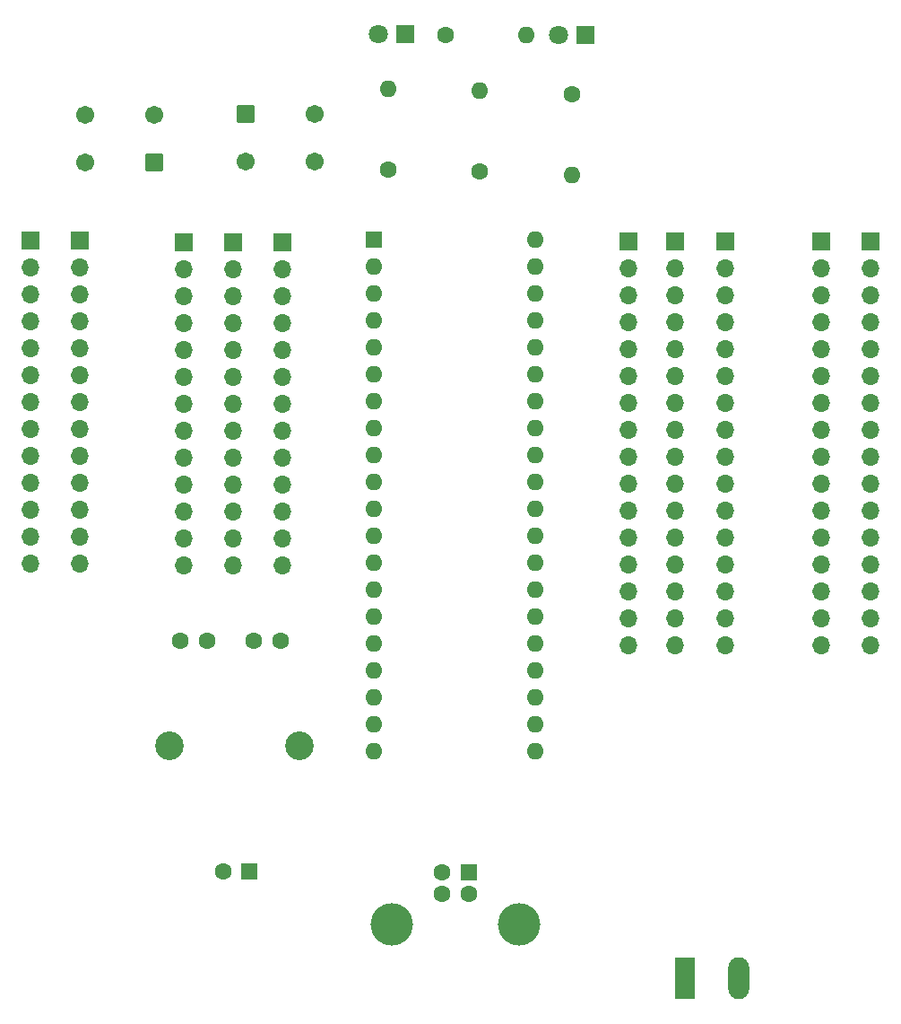
<source format=gbr>
%TF.GenerationSoftware,KiCad,Pcbnew,8.0.8*%
%TF.CreationDate,2025-04-18T17:50:53-06:00*%
%TF.ProjectId,Coquirana1,436f7175-6972-4616-9e61-312e6b696361,rev?*%
%TF.SameCoordinates,Original*%
%TF.FileFunction,Soldermask,Top*%
%TF.FilePolarity,Negative*%
%FSLAX46Y46*%
G04 Gerber Fmt 4.6, Leading zero omitted, Abs format (unit mm)*
G04 Created by KiCad (PCBNEW 8.0.8) date 2025-04-18 17:50:53*
%MOMM*%
%LPD*%
G01*
G04 APERTURE LIST*
G04 Aperture macros list*
%AMRoundRect*
0 Rectangle with rounded corners*
0 $1 Rounding radius*
0 $2 $3 $4 $5 $6 $7 $8 $9 X,Y pos of 4 corners*
0 Add a 4 corners polygon primitive as box body*
4,1,4,$2,$3,$4,$5,$6,$7,$8,$9,$2,$3,0*
0 Add four circle primitives for the rounded corners*
1,1,$1+$1,$2,$3*
1,1,$1+$1,$4,$5*
1,1,$1+$1,$6,$7*
1,1,$1+$1,$8,$9*
0 Add four rect primitives between the rounded corners*
20,1,$1+$1,$2,$3,$4,$5,0*
20,1,$1+$1,$4,$5,$6,$7,0*
20,1,$1+$1,$6,$7,$8,$9,0*
20,1,$1+$1,$8,$9,$2,$3,0*%
G04 Aperture macros list end*
%ADD10C,1.600000*%
%ADD11O,1.600000X1.600000*%
%ADD12R,1.700000X1.700000*%
%ADD13O,1.700000X1.700000*%
%ADD14R,1.600000X1.600000*%
%ADD15R,1.800000X1.800000*%
%ADD16C,1.800000*%
%ADD17C,4.000000*%
%ADD18RoundRect,0.102000X-0.749000X-0.749000X0.749000X-0.749000X0.749000X0.749000X-0.749000X0.749000X0*%
%ADD19C,1.702000*%
%ADD20R,1.980000X3.960000*%
%ADD21O,1.980000X3.960000*%
%ADD22RoundRect,0.102000X0.749000X0.749000X-0.749000X0.749000X-0.749000X-0.749000X0.749000X-0.749000X0*%
%ADD23C,2.700000*%
G04 APERTURE END LIST*
D10*
%TO.C,R5.1k*%
X148480000Y-45650000D03*
D11*
X156100000Y-45650000D03*
%TD*%
D12*
%TO.C,J3*%
X123800000Y-65210000D03*
D13*
X123800000Y-67750000D03*
X123800000Y-70290000D03*
X123800000Y-72830000D03*
X123800000Y-75370000D03*
X123800000Y-77910000D03*
X123800000Y-80450000D03*
X123800000Y-82990000D03*
X123800000Y-85530000D03*
X123800000Y-88070000D03*
X123800000Y-90610000D03*
X123800000Y-93150000D03*
X123800000Y-95690000D03*
%TD*%
D12*
%TO.C,VCC*%
X109300000Y-65050000D03*
D13*
X109300000Y-67590000D03*
X109300000Y-70130000D03*
X109300000Y-72670000D03*
X109300000Y-75210000D03*
X109300000Y-77750000D03*
X109300000Y-80290000D03*
X109300000Y-82830000D03*
X109300000Y-85370000D03*
X109300000Y-87910000D03*
X109300000Y-90450000D03*
X109300000Y-92990000D03*
X109300000Y-95530000D03*
%TD*%
D10*
%TO.C,15pF*%
X130400000Y-102850000D03*
X132900000Y-102850000D03*
%TD*%
D12*
%TO.C,VCC*%
X184000000Y-65120000D03*
D13*
X184000000Y-67660000D03*
X184000000Y-70200000D03*
X184000000Y-72740000D03*
X184000000Y-75280000D03*
X184000000Y-77820000D03*
X184000000Y-80360000D03*
X184000000Y-82900000D03*
X184000000Y-85440000D03*
X184000000Y-87980000D03*
X184000000Y-90520000D03*
X184000000Y-93060000D03*
X184000000Y-95600000D03*
X184000000Y-98140000D03*
X184000000Y-100680000D03*
X184000000Y-103220000D03*
%TD*%
D14*
%TO.C,C220nF*%
X129982380Y-124550000D03*
D10*
X127482380Y-124550000D03*
%TD*%
D11*
%TO.C,PIC18F4550*%
X157000000Y-64950000D03*
X157000000Y-67490000D03*
X157000000Y-70030000D03*
X157000000Y-72570000D03*
X157000000Y-75110000D03*
X157000000Y-77650000D03*
X157000000Y-80190000D03*
X157000000Y-82730000D03*
X157000000Y-85270000D03*
X157000000Y-87810000D03*
X157000000Y-90350000D03*
X157000000Y-92890000D03*
X157000000Y-95430000D03*
X157000000Y-97970000D03*
X157000000Y-100510000D03*
X157000000Y-103050000D03*
X157000000Y-105590000D03*
X157000000Y-108130000D03*
X157000000Y-110670000D03*
X157000000Y-113210000D03*
X141760000Y-113210000D03*
X141760000Y-110670000D03*
X141760000Y-108130000D03*
X141760000Y-105590000D03*
X141760000Y-103050000D03*
X141760000Y-100510000D03*
X141760000Y-97970000D03*
X141760000Y-95430000D03*
X141760000Y-92890000D03*
X141760000Y-90350000D03*
X141760000Y-87810000D03*
X141760000Y-85270000D03*
X141760000Y-82730000D03*
X141760000Y-80190000D03*
X141760000Y-77650000D03*
X141760000Y-75110000D03*
X141760000Y-72570000D03*
X141760000Y-70030000D03*
X141760000Y-67490000D03*
D14*
X141760000Y-64950000D03*
%TD*%
D15*
%TO.C,LEDR*%
X161670000Y-45700000D03*
D16*
X159130000Y-45700000D03*
%TD*%
D12*
%TO.C,J4*%
X128450000Y-65210000D03*
D13*
X128450000Y-67750000D03*
X128450000Y-70290000D03*
X128450000Y-72830000D03*
X128450000Y-75370000D03*
X128450000Y-77910000D03*
X128450000Y-80450000D03*
X128450000Y-82990000D03*
X128450000Y-85530000D03*
X128450000Y-88070000D03*
X128450000Y-90610000D03*
X128450000Y-93150000D03*
X128450000Y-95690000D03*
%TD*%
D14*
%TO.C,USB*%
X150700000Y-124690000D03*
D10*
X148200000Y-124690000D03*
X148200000Y-126690000D03*
X150700000Y-126690000D03*
D17*
X155450000Y-129550000D03*
X143450000Y-129550000D03*
%TD*%
D10*
%TO.C,R5.1k*%
X151750000Y-58560000D03*
D11*
X151750000Y-50940000D03*
%TD*%
D18*
%TO.C,Boot*%
X129635000Y-53150000D03*
D19*
X136135000Y-53150000D03*
X129635000Y-57650000D03*
X136135000Y-57650000D03*
%TD*%
D20*
%TO.C,T-block*%
X171150000Y-134700000D03*
D21*
X176150000Y-134700000D03*
%TD*%
D22*
%TO.C,Reset*%
X120950000Y-57700000D03*
D19*
X114450000Y-57700000D03*
X120950000Y-53200000D03*
X114450000Y-53200000D03*
%TD*%
D12*
%TO.C,J6*%
X165800000Y-65150000D03*
D13*
X165800000Y-67690000D03*
X165800000Y-70230000D03*
X165800000Y-72770000D03*
X165800000Y-75310000D03*
X165800000Y-77850000D03*
X165800000Y-80390000D03*
X165800000Y-82930000D03*
X165800000Y-85470000D03*
X165800000Y-88010000D03*
X165800000Y-90550000D03*
X165800000Y-93090000D03*
X165800000Y-95630000D03*
X165800000Y-98170000D03*
X165800000Y-100710000D03*
X165800000Y-103250000D03*
%TD*%
D15*
%TO.C,LEDV*%
X144670000Y-45600000D03*
D16*
X142130000Y-45600000D03*
%TD*%
D10*
%TO.C,R470*%
X143100000Y-58360000D03*
D11*
X143100000Y-50740000D03*
%TD*%
D10*
%TO.C,15pF*%
X123450000Y-102800000D03*
X125950000Y-102800000D03*
%TD*%
D12*
%TO.C,GND*%
X113950000Y-65050000D03*
D13*
X113950000Y-67590000D03*
X113950000Y-70130000D03*
X113950000Y-72670000D03*
X113950000Y-75210000D03*
X113950000Y-77750000D03*
X113950000Y-80290000D03*
X113950000Y-82830000D03*
X113950000Y-85370000D03*
X113950000Y-87910000D03*
X113950000Y-90450000D03*
X113950000Y-92990000D03*
X113950000Y-95530000D03*
%TD*%
D10*
%TO.C,R470*%
X160450000Y-51240000D03*
D11*
X160450000Y-58860000D03*
%TD*%
D23*
%TO.C,20MHz*%
X122400000Y-112750000D03*
X134740000Y-112750000D03*
%TD*%
D12*
%TO.C,J8*%
X174900000Y-65150000D03*
D13*
X174900000Y-67690000D03*
X174900000Y-70230000D03*
X174900000Y-72770000D03*
X174900000Y-75310000D03*
X174900000Y-77850000D03*
X174900000Y-80390000D03*
X174900000Y-82930000D03*
X174900000Y-85470000D03*
X174900000Y-88010000D03*
X174900000Y-90550000D03*
X174900000Y-93090000D03*
X174900000Y-95630000D03*
X174900000Y-98170000D03*
X174900000Y-100710000D03*
X174900000Y-103250000D03*
%TD*%
D12*
%TO.C,J5*%
X133100000Y-65210000D03*
D13*
X133100000Y-67750000D03*
X133100000Y-70290000D03*
X133100000Y-72830000D03*
X133100000Y-75370000D03*
X133100000Y-77910000D03*
X133100000Y-80450000D03*
X133100000Y-82990000D03*
X133100000Y-85530000D03*
X133100000Y-88070000D03*
X133100000Y-90610000D03*
X133100000Y-93150000D03*
X133100000Y-95690000D03*
%TD*%
D12*
%TO.C,J7*%
X170150000Y-65150000D03*
D13*
X170150000Y-67690000D03*
X170150000Y-70230000D03*
X170150000Y-72770000D03*
X170150000Y-75310000D03*
X170150000Y-77850000D03*
X170150000Y-80390000D03*
X170150000Y-82930000D03*
X170150000Y-85470000D03*
X170150000Y-88010000D03*
X170150000Y-90550000D03*
X170150000Y-93090000D03*
X170150000Y-95630000D03*
X170150000Y-98170000D03*
X170150000Y-100710000D03*
X170150000Y-103250000D03*
%TD*%
D12*
%TO.C,GND*%
X188650000Y-65120000D03*
D13*
X188650000Y-67660000D03*
X188650000Y-70200000D03*
X188650000Y-72740000D03*
X188650000Y-75280000D03*
X188650000Y-77820000D03*
X188650000Y-80360000D03*
X188650000Y-82900000D03*
X188650000Y-85440000D03*
X188650000Y-87980000D03*
X188650000Y-90520000D03*
X188650000Y-93060000D03*
X188650000Y-95600000D03*
X188650000Y-98140000D03*
X188650000Y-100680000D03*
X188650000Y-103220000D03*
%TD*%
M02*

</source>
